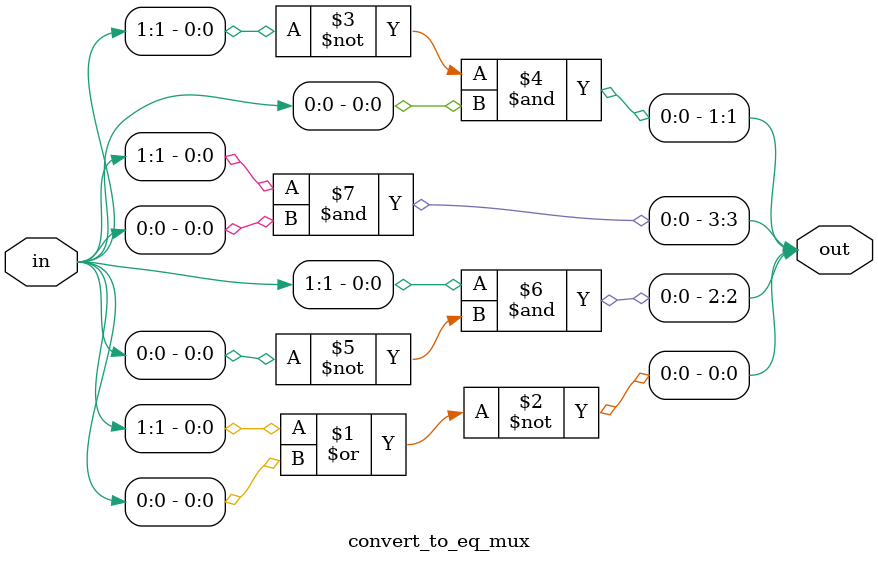
<source format=v>
/*****
**   8-bit Comparator implemented using 4x1 multiplexers
**		- Authors
**			- Ahmet Ziya Kanbur & Furkan Sezgin  & Mesut Teyfur
**	  2018 Marmara University EE
*****/  
module convert_to_eq_mux( in, out );
    input[1:0] in;
    output[3:0] out;
    assign out = { (in[1]&in[0]), (in[1]&~in[0]), (~in[1]&in[0]), ~(in[1]|in[0]) };
endmodule
</source>
